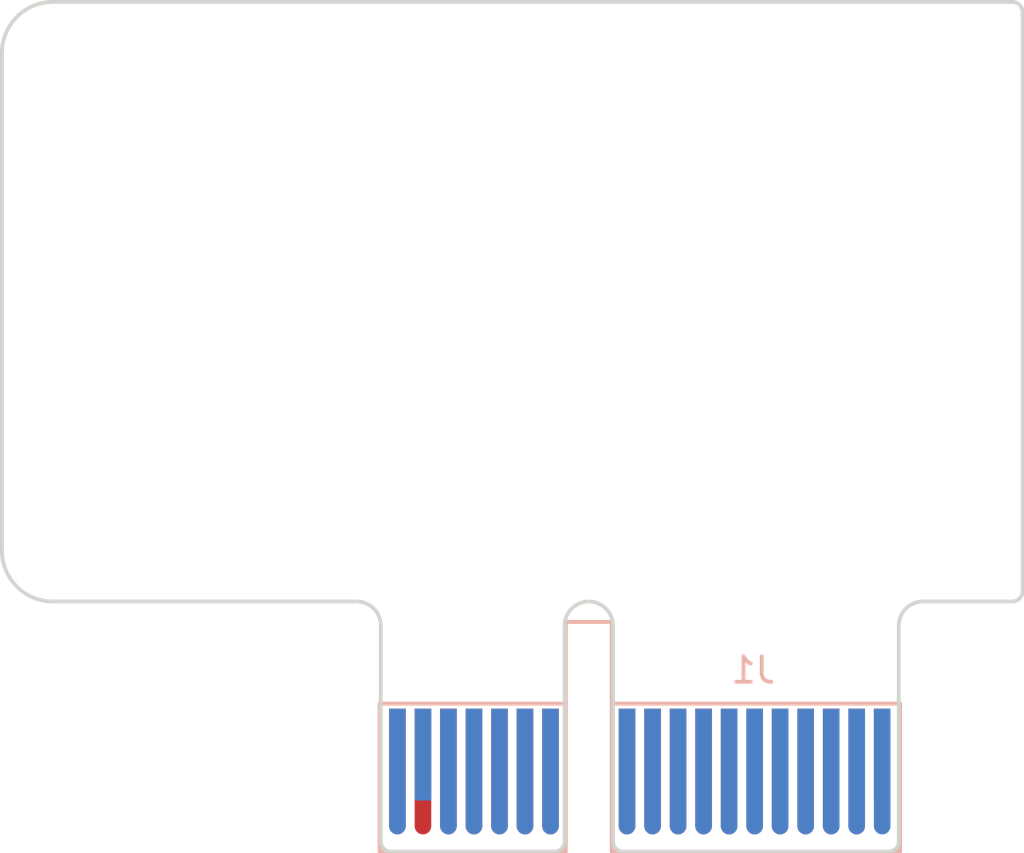
<source format=kicad_pcb>
(kicad_pcb (version 4) (host pcbnew 4.0.2+e4-6225~38~ubuntu14.04.1-stable)

  (general
    (links 34)
    (no_connects 0)
    (area 124.924999 69.924999 165.075001 103.375001)
    (thickness 1.6)
    (drawings 22)
    (tracks 34)
    (zones 0)
    (modules 1)
    (nets 35)
  )

  (page A4)
  (layers
    (0 F.Cu signal)
    (31 B.Cu signal)
    (32 B.Adhes user)
    (33 F.Adhes user)
    (34 B.Paste user)
    (35 F.Paste user)
    (36 B.SilkS user)
    (37 F.SilkS user)
    (38 B.Mask user hide)
    (39 F.Mask user hide)
    (40 Dwgs.User user)
    (41 Cmts.User user)
    (42 Eco1.User user)
    (43 Eco2.User user)
    (44 Edge.Cuts user)
    (45 Margin user)
    (46 B.CrtYd user)
    (47 F.CrtYd user)
    (48 B.Fab user)
    (49 F.Fab user)
  )

  (setup
    (last_trace_width 0.15)
    (trace_clearance 0.15)
    (zone_clearance 0.508)
    (zone_45_only yes)
    (trace_min 0.15)
    (segment_width 0.2)
    (edge_width 0.15)
    (via_size 0.6)
    (via_drill 0.3)
    (via_min_size 0.6)
    (via_min_drill 0.3)
    (uvia_size 0.3)
    (uvia_drill 0.1)
    (uvias_allowed no)
    (uvia_min_size 0.2)
    (uvia_min_drill 0.1)
    (pcb_text_width 0.3)
    (pcb_text_size 1.5 1.5)
    (mod_edge_width 0.15)
    (mod_text_size 1 1)
    (mod_text_width 0.15)
    (pad_size 1.524 1.524)
    (pad_drill 0.762)
    (pad_to_mask_clearance 0)
    (aux_axis_origin 0 0)
    (visible_elements FFFEFFFF)
    (pcbplotparams
      (layerselection 0x00030_80000001)
      (usegerberextensions false)
      (excludeedgelayer true)
      (linewidth 0.100000)
      (plotframeref false)
      (viasonmask false)
      (mode 1)
      (useauxorigin false)
      (hpglpennumber 1)
      (hpglpenspeed 20)
      (hpglpendiameter 15)
      (hpglpenoverlay 2)
      (psnegative false)
      (psa4output false)
      (plotreference true)
      (plotvalue true)
      (plotinvisibletext false)
      (padsonsilk false)
      (subtractmaskfromsilk false)
      (outputformat 1)
      (mirror false)
      (drillshape 1)
      (scaleselection 1)
      (outputdirectory ""))
  )

  (net 0 "")
  (net 1 "Net-(J1-PadB1)")
  (net 2 "Net-(J1-PadB2)")
  (net 3 "Net-(J1-PadB3)")
  (net 4 "Net-(J1-PadB4)")
  (net 5 "Net-(J1-PadB5)")
  (net 6 "Net-(J1-PadB6)")
  (net 7 "Net-(J1-PadB7)")
  (net 8 "Net-(J1-PadB8)")
  (net 9 "Net-(J1-PadB9)")
  (net 10 "Net-(J1-PadB10)")
  (net 11 "Net-(J1-PadB11)")
  (net 12 "Net-(J1-PadB14)")
  (net 13 "Net-(J1-PadB15)")
  (net 14 "Net-(J1-PadB16)")
  (net 15 "Net-(J1-PadB18)")
  (net 16 "Net-(J1-PadB12)")
  (net 17 "Net-(J1-PadB13)")
  (net 18 "Net-(J1-PadA2)")
  (net 19 "Net-(J1-PadA3)")
  (net 20 "Net-(J1-PadA4)")
  (net 21 "Net-(J1-PadA5)")
  (net 22 "Net-(J1-PadA6)")
  (net 23 "Net-(J1-PadA7)")
  (net 24 "Net-(J1-PadA8)")
  (net 25 "Net-(J1-PadA9)")
  (net 26 "Net-(J1-PadA10)")
  (net 27 "Net-(J1-PadA11)")
  (net 28 "Net-(J1-PadA14)")
  (net 29 "Net-(J1-PadA15)")
  (net 30 "Net-(J1-PadA16)")
  (net 31 "Net-(J1-PadA17)")
  (net 32 "Net-(J1-PadA18)")
  (net 33 "Net-(J1-PadA12)")
  (net 34 "Net-(J1-PadA13)")

  (net_class Default "This is the default net class."
    (clearance 0.15)
    (trace_width 0.15)
    (via_dia 0.6)
    (via_drill 0.3)
    (uvia_dia 0.3)
    (uvia_drill 0.1)
    (add_net "Net-(J1-PadA10)")
    (add_net "Net-(J1-PadA11)")
    (add_net "Net-(J1-PadA12)")
    (add_net "Net-(J1-PadA13)")
    (add_net "Net-(J1-PadA14)")
    (add_net "Net-(J1-PadA15)")
    (add_net "Net-(J1-PadA16)")
    (add_net "Net-(J1-PadA17)")
    (add_net "Net-(J1-PadA18)")
    (add_net "Net-(J1-PadA2)")
    (add_net "Net-(J1-PadA3)")
    (add_net "Net-(J1-PadA4)")
    (add_net "Net-(J1-PadA5)")
    (add_net "Net-(J1-PadA6)")
    (add_net "Net-(J1-PadA7)")
    (add_net "Net-(J1-PadA8)")
    (add_net "Net-(J1-PadA9)")
    (add_net "Net-(J1-PadB1)")
    (add_net "Net-(J1-PadB10)")
    (add_net "Net-(J1-PadB11)")
    (add_net "Net-(J1-PadB12)")
    (add_net "Net-(J1-PadB13)")
    (add_net "Net-(J1-PadB14)")
    (add_net "Net-(J1-PadB15)")
    (add_net "Net-(J1-PadB16)")
    (add_net "Net-(J1-PadB18)")
    (add_net "Net-(J1-PadB2)")
    (add_net "Net-(J1-PadB3)")
    (add_net "Net-(J1-PadB4)")
    (add_net "Net-(J1-PadB5)")
    (add_net "Net-(J1-PadB6)")
    (add_net "Net-(J1-PadB7)")
    (add_net "Net-(J1-PadB8)")
    (add_net "Net-(J1-PadB9)")
  )

  (module Main:PCIEXPRESS-X1 (layer B.Cu) (tedit 575B4175) (tstamp 575B4241)
    (at 150 100 180)
    (path /575B3DF9)
    (fp_text reference J1 (at -4.445 3.81 180) (layer B.SilkS)
      (effects (font (size 1 1) (thickness 0.15)) (justify mirror))
    )
    (fp_text value PCIEx1Edge (at 6.985 3.81 180) (layer B.Fab) hide
      (effects (font (size 1 1) (thickness 0.15)) (justify mirror))
    )
    (fp_line (start 1.09982 2.49936) (end 1.09982 5.69976) (layer B.SilkS) (width 0.15))
    (fp_line (start 1.09982 5.69976) (end 2.90068 5.69976) (layer B.SilkS) (width 0.15))
    (fp_line (start 2.90068 5.69976) (end 2.90068 2.49936) (layer B.SilkS) (width 0.15))
    (fp_line (start -10.20064 2.49936) (end 1.09982 2.49936) (layer B.SilkS) (width 0.15))
    (fp_line (start 1.09982 2.49936) (end 1.09982 -3.29946) (layer B.SilkS) (width 0.15))
    (fp_line (start 1.09982 -3.29946) (end -10.20064 -3.29946) (layer B.SilkS) (width 0.15))
    (fp_line (start -10.20064 -3.29946) (end -10.20064 2.49936) (layer B.SilkS) (width 0.15))
    (fp_line (start 10.20064 2.49936) (end 2.90068 2.49936) (layer B.SilkS) (width 0.15))
    (fp_line (start 2.90068 -3.29946) (end 10.20064 -3.29946) (layer B.SilkS) (width 0.15))
    (fp_line (start 2.90068 2.49936) (end 2.90068 -3.29946) (layer B.SilkS) (width 0.15))
    (fp_line (start 10.20064 2.49936) (end 10.20064 -3.29946) (layer B.SilkS) (width 0.15))
    (pad B18 connect circle (at 9.4996 -2.30124 180) (size 0.65024 0.65024) (layers B.Cu B.Mask)
      (net 15 "Net-(J1-PadB18)"))
    (pad B1 connect rect (at -9.4996 0 180) (size 0.65024 4.59994) (layers B.Cu B.Mask)
      (net 1 "Net-(J1-PadB1)"))
    (pad B2 connect rect (at -8.49884 0 180) (size 0.65024 4.59994) (layers B.Cu B.Mask)
      (net 2 "Net-(J1-PadB2)"))
    (pad B3 connect rect (at -7.50062 0 180) (size 0.65024 4.59994) (layers B.Cu B.Mask)
      (net 3 "Net-(J1-PadB3)"))
    (pad B4 connect rect (at -6.49986 0 180) (size 0.65024 4.59994) (layers B.Cu B.Mask)
      (net 4 "Net-(J1-PadB4)"))
    (pad B5 connect rect (at -5.4991 0 180) (size 0.65024 4.59994) (layers B.Cu B.Mask)
      (net 5 "Net-(J1-PadB5)"))
    (pad B6 connect rect (at -4.50088 0 180) (size 0.65024 4.59994) (layers B.Cu B.Mask)
      (net 6 "Net-(J1-PadB6)"))
    (pad B7 connect rect (at -3.50012 0 180) (size 0.65024 4.59994) (layers B.Cu B.Mask)
      (net 7 "Net-(J1-PadB7)"))
    (pad B8 connect rect (at -2.49936 0 180) (size 0.65024 4.59994) (layers B.Cu B.Mask)
      (net 8 "Net-(J1-PadB8)"))
    (pad B9 connect rect (at -1.50114 0 180) (size 0.65024 4.59994) (layers B.Cu B.Mask)
      (net 9 "Net-(J1-PadB9)"))
    (pad B10 connect rect (at -0.50038 0 180) (size 0.65024 4.59994) (layers B.Cu B.Mask)
      (net 10 "Net-(J1-PadB10)"))
    (pad B11 connect rect (at 0.50038 0 180) (size 0.65024 4.59994) (layers B.Cu B.Mask)
      (net 11 "Net-(J1-PadB11)"))
    (pad B14 connect rect (at 5.4991 0 180) (size 0.65024 4.59994) (layers B.Cu B.Mask)
      (net 12 "Net-(J1-PadB14)"))
    (pad B15 connect rect (at 6.49986 0 180) (size 0.65024 4.59994) (layers B.Cu B.Mask)
      (net 13 "Net-(J1-PadB15)"))
    (pad B16 connect rect (at 7.50062 0 180) (size 0.65024 4.59994) (layers B.Cu B.Mask)
      (net 14 "Net-(J1-PadB16)"))
    (pad B17 connect rect (at 8.49884 0.50038 180) (size 0.65024 3.59918) (layers B.Cu B.Mask))
    (pad B18 connect rect (at 9.4996 0 180) (size 0.65024 4.59994) (layers B.Cu B.Mask)
      (net 15 "Net-(J1-PadB18)"))
    (pad B12 connect rect (at 3.50012 0 180) (size 0.65024 4.59994) (layers B.Cu B.Mask)
      (net 16 "Net-(J1-PadB12)"))
    (pad B13 connect rect (at 4.50088 0 180) (size 0.65024 4.59994) (layers B.Cu B.Mask)
      (net 17 "Net-(J1-PadB13)"))
    (pad A1 connect rect (at -9.4996 0.50038 180) (size 0.65024 3.59918) (layers F.Cu F.Mask))
    (pad A2 connect rect (at -8.49884 0 180) (size 0.65024 4.59994) (layers F.Cu F.Mask)
      (net 18 "Net-(J1-PadA2)"))
    (pad A3 connect rect (at -7.50062 0 180) (size 0.65024 4.59994) (layers F.Cu F.Mask)
      (net 19 "Net-(J1-PadA3)"))
    (pad A4 connect rect (at -6.49986 0 180) (size 0.65024 4.59994) (layers F.Cu F.Mask)
      (net 20 "Net-(J1-PadA4)"))
    (pad A5 connect rect (at -5.4991 0 180) (size 0.65024 4.59994) (layers F.Cu F.Mask)
      (net 21 "Net-(J1-PadA5)"))
    (pad A6 connect rect (at -4.50088 0 180) (size 0.65024 4.59994) (layers F.Cu F.Mask)
      (net 22 "Net-(J1-PadA6)"))
    (pad A7 connect rect (at -3.50012 0 180) (size 0.65024 4.59994) (layers F.Cu F.Mask)
      (net 23 "Net-(J1-PadA7)"))
    (pad A8 connect rect (at -2.49936 0 180) (size 0.65024 4.59994) (layers F.Cu F.Mask)
      (net 24 "Net-(J1-PadA8)"))
    (pad A9 connect rect (at -1.50114 0 180) (size 0.65024 4.59994) (layers F.Cu F.Mask)
      (net 25 "Net-(J1-PadA9)"))
    (pad A10 connect rect (at -0.50038 0 180) (size 0.65024 4.59994) (layers F.Cu F.Mask)
      (net 26 "Net-(J1-PadA10)"))
    (pad A11 connect rect (at 0.50038 0 180) (size 0.65024 4.59994) (layers F.Cu F.Mask)
      (net 27 "Net-(J1-PadA11)"))
    (pad A14 connect rect (at 5.4991 0 180) (size 0.65024 4.59994) (layers F.Cu F.Mask)
      (net 28 "Net-(J1-PadA14)"))
    (pad A15 connect rect (at 6.49986 0 180) (size 0.65024 4.59994) (layers F.Cu F.Mask)
      (net 29 "Net-(J1-PadA15)"))
    (pad A16 connect rect (at 7.50062 0 180) (size 0.65024 4.59994) (layers F.Cu F.Mask)
      (net 30 "Net-(J1-PadA16)"))
    (pad A17 connect rect (at 8.49884 0 180) (size 0.65024 4.59994) (layers F.Cu F.Mask)
      (net 31 "Net-(J1-PadA17)"))
    (pad A18 connect rect (at 9.4996 0 180) (size 0.65024 4.59994) (layers F.Cu F.Mask)
      (net 32 "Net-(J1-PadA18)"))
    (pad A12 connect rect (at 3.50012 0 180) (size 0.65024 4.59994) (layers F.Cu F.Mask)
      (net 33 "Net-(J1-PadA12)"))
    (pad A13 connect rect (at 4.50088 0 180) (size 0.65024 4.59994) (layers F.Cu F.Mask)
      (net 34 "Net-(J1-PadA13)"))
    (pad B3 connect circle (at -7.50062 -2.30124 180) (size 0.65024 0.65024) (layers B.Cu B.Mask)
      (net 3 "Net-(J1-PadB3)"))
    (pad B4 connect circle (at -6.49986 -2.30124 180) (size 0.65024 0.65024) (layers B.Cu B.Mask)
      (net 4 "Net-(J1-PadB4)"))
    (pad B5 connect circle (at -5.4991 -2.30124 180) (size 0.65024 0.65024) (layers B.Cu B.Mask)
      (net 5 "Net-(J1-PadB5)"))
    (pad B6 connect circle (at -4.50088 -2.30124 180) (size 0.65024 0.65024) (layers B.Cu B.Mask)
      (net 6 "Net-(J1-PadB6)"))
    (pad B7 connect circle (at -3.50012 -2.30124 180) (size 0.65024 0.65024) (layers B.Cu B.Mask)
      (net 7 "Net-(J1-PadB7)"))
    (pad B8 connect circle (at -2.49936 -2.30124 180) (size 0.65024 0.65024) (layers B.Cu B.Mask)
      (net 8 "Net-(J1-PadB8)"))
    (pad B9 connect circle (at -1.50114 -2.30124 180) (size 0.65024 0.65024) (layers B.Cu B.Mask)
      (net 9 "Net-(J1-PadB9)"))
    (pad B10 connect circle (at -0.50038 -2.30124 180) (size 0.65024 0.65024) (layers B.Cu B.Mask)
      (net 10 "Net-(J1-PadB10)"))
    (pad B11 connect circle (at 0.50038 -2.30124 180) (size 0.65024 0.65024) (layers B.Cu B.Mask)
      (net 11 "Net-(J1-PadB11)"))
    (pad B1 connect circle (at -9.4996 -2.30124 180) (size 0.65024 0.65024) (layers B.Cu B.Mask)
      (net 1 "Net-(J1-PadB1)"))
    (pad B12 connect circle (at 3.50012 -2.30124 180) (size 0.65024 0.65024) (layers B.Cu B.Mask)
      (net 16 "Net-(J1-PadB12)"))
    (pad B13 connect circle (at 4.50088 -2.30124 180) (size 0.65024 0.65024) (layers B.Cu B.Mask)
      (net 17 "Net-(J1-PadB13)"))
    (pad B14 connect circle (at 5.4991 -2.30124 180) (size 0.65024 0.65024) (layers B.Cu B.Mask)
      (net 12 "Net-(J1-PadB14)"))
    (pad B15 connect circle (at 6.49986 -2.30124 180) (size 0.65024 0.65024) (layers B.Cu B.Mask)
      (net 13 "Net-(J1-PadB15)"))
    (pad B16 connect circle (at 7.50062 -2.30124 180) (size 0.65024 0.65024) (layers B.Cu B.Mask)
      (net 14 "Net-(J1-PadB16)"))
    (pad B2 connect circle (at -8.49884 -2.30124 180) (size 0.65024 0.65024) (layers B.Cu B.Mask)
      (net 2 "Net-(J1-PadB2)"))
    (pad A4 connect oval (at -6.49986 -2.30124 90) (size 0.65024 0.65024) (layers F.Cu F.Mask)
      (net 20 "Net-(J1-PadA4)"))
    (pad A5 connect oval (at -5.4991 -2.30124 90) (size 0.65024 0.65024) (layers F.Cu F.Mask)
      (net 21 "Net-(J1-PadA5)"))
    (pad A6 connect oval (at -4.50088 -2.30124 90) (size 0.65024 0.65024) (layers F.Cu F.Mask)
      (net 22 "Net-(J1-PadA6)"))
    (pad A7 connect oval (at -3.50012 -2.30124 90) (size 0.65024 0.65024) (layers F.Cu F.Mask)
      (net 23 "Net-(J1-PadA7)"))
    (pad A8 connect oval (at -2.49936 -2.30124 90) (size 0.65024 0.65024) (layers F.Cu F.Mask)
      (net 24 "Net-(J1-PadA8)"))
    (pad A9 connect oval (at -1.50114 -2.30124 90) (size 0.65024 0.65024) (layers F.Cu F.Mask)
      (net 25 "Net-(J1-PadA9)"))
    (pad A10 connect oval (at -0.50038 -2.30124 90) (size 0.65024 0.65024) (layers F.Cu F.Mask)
      (net 26 "Net-(J1-PadA10)"))
    (pad A14 connect oval (at 5.4991 -2.30124 90) (size 0.65024 0.65024) (layers F.Cu F.Mask)
      (net 28 "Net-(J1-PadA14)"))
    (pad A15 connect oval (at 6.49986 -2.30124 90) (size 0.65024 0.65024) (layers F.Cu F.Mask)
      (net 29 "Net-(J1-PadA15)"))
    (pad A3 connect oval (at -7.50062 -2.30124 90) (size 0.65024 0.65024) (layers F.Cu F.Mask)
      (net 19 "Net-(J1-PadA3)"))
    (pad A13 connect oval (at 4.50088 -2.30124 90) (size 0.65024 0.65024) (layers F.Cu F.Mask)
      (net 34 "Net-(J1-PadA13)"))
    (pad A16 connect oval (at 7.50062 -2.30124 90) (size 0.65024 0.65024) (layers F.Cu F.Mask)
      (net 30 "Net-(J1-PadA16)"))
    (pad A11 connect oval (at 0.50038 -2.30124 90) (size 0.65024 0.65024) (layers F.Cu F.Mask)
      (net 27 "Net-(J1-PadA11)"))
    (pad A12 connect oval (at 3.50012 -2.30124 90) (size 0.65024 0.65024) (layers F.Cu F.Mask)
      (net 33 "Net-(J1-PadA12)"))
    (pad A17 connect oval (at 8.49884 -2.30124 90) (size 0.65024 0.65024) (layers F.Cu F.Mask)
      (net 31 "Net-(J1-PadA17)"))
    (pad A18 connect oval (at 9.4996 -2.30124 90) (size 0.65024 0.65024) (layers F.Cu F.Mask)
      (net 32 "Net-(J1-PadA18)"))
    (pad A2 connect oval (at -8.49884 -2.30124 90) (size 0.65024 0.65024) (layers F.Cu F.Mask)
      (net 18 "Net-(J1-PadA2)"))
  )

  (gr_arc (start 164.6 70.4) (end 165 70.4) (angle -90) (layer Edge.Cuts) (width 0.15) (tstamp 575A0A41))
  (gr_arc (start 164.6 93.1) (end 164.6 93.5) (angle -90) (layer Edge.Cuts) (width 0.15) (tstamp 575A09EA))
  (gr_arc (start 159.75 102.9) (end 160.15 102.9) (angle 90) (layer Edge.Cuts) (width 0.15) (tstamp 575A09A8))
  (gr_arc (start 149.35 102.9) (end 148.95 102.9) (angle -90) (layer Edge.Cuts) (width 0.15) (tstamp 575A0946))
  (gr_arc (start 146.65 102.9) (end 147.05 102.9) (angle 90) (layer Edge.Cuts) (width 0.15) (tstamp 575A0797))
  (gr_arc (start 140.25 102.9) (end 139.85 102.9) (angle -90) (layer Edge.Cuts) (width 0.15) (tstamp 575A06FE))
  (gr_line (start 165 70.4) (end 165 93.1) (angle 90) (layer Edge.Cuts) (width 0.15) (tstamp 575A0518))
  (gr_line (start 164.6 93.5) (end 161.1 93.5) (angle 90) (layer Edge.Cuts) (width 0.15) (tstamp 575A04F5))
  (gr_arc (start 161.1 94.45) (end 160.15 94.45) (angle 90) (layer Edge.Cuts) (width 0.15) (tstamp 575A048B))
  (gr_line (start 125 91.5) (end 125 72) (angle 90) (layer Edge.Cuts) (width 0.15) (tstamp 575A0413))
  (gr_arc (start 127 91.5) (end 127 93.5) (angle 90) (layer Edge.Cuts) (width 0.15) (tstamp 575A03AC))
  (gr_line (start 138.9 93.5) (end 127 93.5) (angle 90) (layer Edge.Cuts) (width 0.15) (tstamp 575A0373))
  (gr_arc (start 138.9 94.45) (end 139.85 94.45) (angle -90) (layer Edge.Cuts) (width 0.15) (tstamp 575A0260))
  (gr_arc (start 127 72) (end 125 72) (angle 90) (layer Edge.Cuts) (width 0.15) (tstamp 575A0050))
  (gr_line (start 164.6 70) (end 127 70) (angle 90) (layer Edge.Cuts) (width 0.15))
  (gr_line (start 160.15 102.9) (end 160.15 94.45) (angle 90) (layer Edge.Cuts) (width 0.15))
  (gr_line (start 149.35 103.3) (end 159.75 103.3) (angle 90) (layer Edge.Cuts) (width 0.15))
  (gr_line (start 139.85 102.9) (end 139.85 94.45) (angle 90) (layer Edge.Cuts) (width 0.15))
  (gr_line (start 146.65 103.3) (end 140.25 103.3) (angle 90) (layer Edge.Cuts) (width 0.15))
  (gr_arc (start 148 94.45) (end 147.05 94.45) (angle 180) (layer Edge.Cuts) (width 0.15))
  (gr_line (start 148.95 94.45) (end 148.95 102.9) (angle 90) (layer Edge.Cuts) (width 0.15) (tstamp 57102CF6))
  (gr_line (start 147.05 94.45) (end 147.05 102.9) (angle 90) (layer Edge.Cuts) (width 0.15))

  (segment (start 159.4996 102.30124) (end 159.4996 100) (width 0.15) (layer B.Cu) (net 1))
  (segment (start 158.49884 102.30124) (end 158.49884 100) (width 0.15) (layer B.Cu) (net 2))
  (segment (start 157.50062 102.30124) (end 157.50062 100) (width 0.15) (layer B.Cu) (net 3))
  (segment (start 156.49986 102.30124) (end 156.49986 100) (width 0.15) (layer B.Cu) (net 4))
  (segment (start 155.4991 102.30124) (end 155.4991 100) (width 0.15) (layer B.Cu) (net 5))
  (segment (start 154.50088 102.30124) (end 154.50088 100) (width 0.15) (layer B.Cu) (net 6))
  (segment (start 153.50012 102.30124) (end 153.50012 100) (width 0.15) (layer B.Cu) (net 7))
  (segment (start 152.49936 102.30124) (end 152.49936 100) (width 0.15) (layer B.Cu) (net 8))
  (segment (start 151.50114 102.30124) (end 151.50114 100) (width 0.15) (layer B.Cu) (net 9))
  (segment (start 150.50038 102.30124) (end 150.50038 100) (width 0.15) (layer B.Cu) (net 10))
  (segment (start 149.49962 102.30124) (end 149.49962 100) (width 0.15) (layer B.Cu) (net 11))
  (segment (start 144.5009 102.30124) (end 144.5009 100) (width 0.15) (layer B.Cu) (net 12))
  (segment (start 143.50014 102.30124) (end 143.50014 100) (width 0.15) (layer B.Cu) (net 13))
  (segment (start 142.49938 102.30124) (end 142.49938 100) (width 0.15) (layer B.Cu) (net 14))
  (segment (start 140.5004 102.30124) (end 140.5004 100) (width 0.15) (layer B.Cu) (net 15))
  (segment (start 146.49988 102.30124) (end 146.49988 100) (width 0.15) (layer B.Cu) (net 16))
  (segment (start 145.49912 102.30124) (end 145.49912 100) (width 0.15) (layer B.Cu) (net 17))
  (segment (start 158.49884 100) (end 158.49884 102.30124) (width 0.15) (layer F.Cu) (net 18))
  (segment (start 157.50062 100) (end 157.50062 102.30124) (width 0.15) (layer F.Cu) (net 19))
  (segment (start 156.49986 100) (end 156.49986 102.30124) (width 0.15) (layer F.Cu) (net 20))
  (segment (start 155.4991 100) (end 155.4991 102.30124) (width 0.15) (layer F.Cu) (net 21))
  (segment (start 154.50088 100) (end 154.50088 102.30124) (width 0.15) (layer F.Cu) (net 22))
  (segment (start 153.50012 100) (end 153.50012 102.30124) (width 0.15) (layer F.Cu) (net 23))
  (segment (start 152.49936 100) (end 152.49936 102.30124) (width 0.15) (layer F.Cu) (net 24))
  (segment (start 151.50114 100) (end 151.50114 102.30124) (width 0.15) (layer F.Cu) (net 25))
  (segment (start 150.50038 100) (end 150.50038 102.30124) (width 0.15) (layer F.Cu) (net 26))
  (segment (start 149.49962 100) (end 149.49962 102.30124) (width 0.15) (layer F.Cu) (net 27))
  (segment (start 144.5009 100) (end 144.5009 102.30124) (width 0.15) (layer F.Cu) (net 28))
  (segment (start 143.50014 102.30124) (end 143.50014 100) (width 0.15) (layer F.Cu) (net 29))
  (segment (start 142.49938 102.30124) (end 142.49938 100) (width 0.15) (layer F.Cu) (net 30))
  (segment (start 141.50116 102.30124) (end 141.50116 100) (width 0.15) (layer F.Cu) (net 31))
  (segment (start 140.5004 100) (end 140.5004 102.30124) (width 0.15) (layer F.Cu) (net 32))
  (segment (start 146.49988 100) (end 146.49988 102.30124) (width 0.15) (layer F.Cu) (net 33))
  (segment (start 145.49912 100) (end 145.49912 102.30124) (width 0.15) (layer F.Cu) (net 34))

  (zone (net 0) (net_name "") (layer F.Mask) (tstamp 5759FAAD) (hatch edge 0.508)
    (connect_pads (clearance 0.508))
    (min_thickness 0.254)
    (fill yes (arc_segments 16) (thermal_gap 0.508) (thermal_bridge_width 0.508))
    (polygon
      (pts
        (xy 139.85 103.425) (xy 139.85 97.475) (xy 160.15 97.475) (xy 160.15 103.425) (xy 139.9 103.425)
        (xy 139.9 103.45)
      )
    )
    (filled_polygon
      (pts
        (xy 160.023 103.298) (xy 139.977 103.298) (xy 139.977 97.602) (xy 160.023 97.602)
      )
    )
  )
  (zone (net 0) (net_name "") (layer B.Mask) (tstamp 5759FAAD) (hatch edge 0.508)
    (connect_pads (clearance 0.508))
    (min_thickness 0.254)
    (fill yes (arc_segments 16) (thermal_gap 0.508) (thermal_bridge_width 0.508))
    (polygon
      (pts
        (xy 139.85 103.425) (xy 139.85 97.475) (xy 160.15 97.475) (xy 160.15 103.425) (xy 139.9 103.425)
        (xy 139.9 103.45)
      )
    )
    (filled_polygon
      (pts
        (xy 160.023 103.298) (xy 139.977 103.298) (xy 139.977 97.602) (xy 160.023 97.602)
      )
    )
  )
)

</source>
